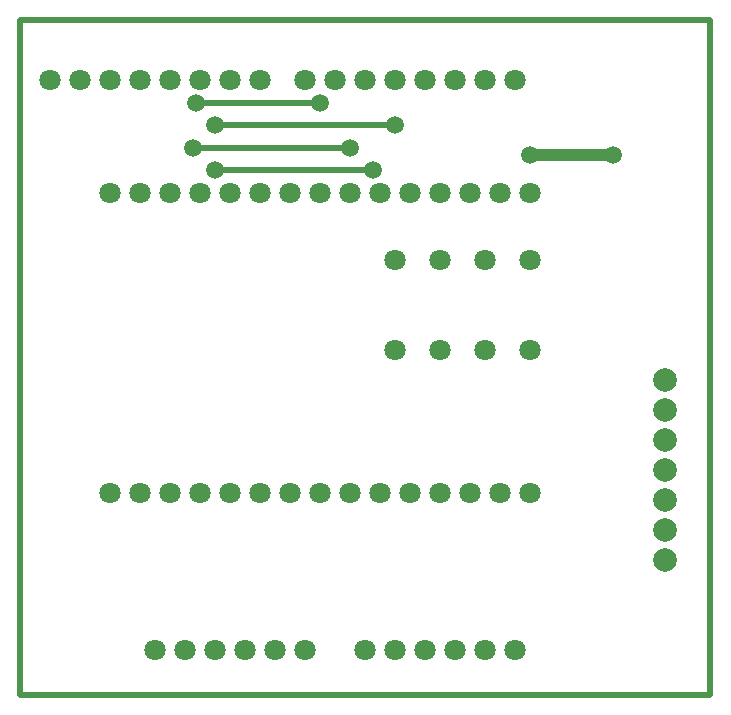
<source format=gbl>
%TF.GenerationSoftware,KiCad,Pcbnew,6.0.0-rc1-unknown-5cb2641142~116~ubuntu20.04.1*%
%TF.CreationDate,2021-12-06T17:50:32+01:00*%
%TF.ProjectId,CARTE_ESP32_TFT,43415254-455f-4455-9350-33325f544654,rev?*%
%TF.SameCoordinates,PX678e028PY7445a00*%
%TF.FileFunction,Copper,L2,Bot*%
%TF.FilePolarity,Positive*%
%FSLAX46Y46*%
G04 Gerber Fmt 4.6, Leading zero omitted, Abs format (unit mm)*
G04 Created by KiCad (PCBNEW 6.0.0-rc1-unknown-5cb2641142~116~ubuntu20.04.1) date 2021-12-06 17:50:32*
%MOMM*%
%LPD*%
G01*
G04 APERTURE LIST*
%TA.AperFunction,Profile*%
%ADD10C,0.500000*%
%TD*%
%TA.AperFunction,ComponentPad*%
%ADD11C,1.800000*%
%TD*%
%TA.AperFunction,ComponentPad*%
%ADD12C,1.998980*%
%TD*%
%TA.AperFunction,ViaPad*%
%ADD13C,1.500000*%
%TD*%
%TA.AperFunction,Conductor*%
%ADD14C,0.500000*%
%TD*%
%TA.AperFunction,Conductor*%
%ADD15C,1.000000*%
%TD*%
G04 APERTURE END LIST*
D10*
X0Y0D02*
X58420000Y0D01*
X58420000Y0D02*
X58420000Y57150000D01*
X58420000Y57150000D02*
X0Y57150000D01*
X0Y57150000D02*
X0Y0D01*
D11*
X39370000Y29210000D03*
X39370000Y36830000D03*
D12*
X54610000Y21590000D03*
D11*
X11430000Y3810000D03*
X13970000Y3810000D03*
X16510000Y3810000D03*
X19050000Y3810000D03*
X21590000Y3810000D03*
X24130000Y3810000D03*
X29210000Y3810000D03*
X31750000Y3810000D03*
X34290000Y3810000D03*
X36830000Y3810000D03*
X39370000Y3810000D03*
X41910000Y3810000D03*
X41910000Y52070000D03*
X39370000Y52070000D03*
X36830000Y52070000D03*
X34290000Y52070000D03*
X31750000Y52070000D03*
X29210000Y52070000D03*
X26670000Y52070000D03*
X24130000Y52070000D03*
X20320000Y52070000D03*
X17780000Y52070000D03*
X15240000Y52070000D03*
X12700000Y52070000D03*
X10160000Y52070000D03*
X7620000Y52070000D03*
X5080000Y52070000D03*
X2540000Y52070000D03*
D12*
X54610000Y24130000D03*
X54610000Y11430000D03*
X54610000Y16510000D03*
D11*
X43180000Y29210000D03*
X43180000Y36830000D03*
D12*
X54610000Y13970000D03*
X54610000Y19050000D03*
D11*
X31750000Y36830000D03*
X31750000Y29210000D03*
D12*
X54610000Y26670000D03*
D11*
X35560000Y29210000D03*
X35560000Y36830000D03*
X7620000Y42545000D03*
X10160000Y42545000D03*
X12700000Y42545000D03*
X15240000Y42545000D03*
X17780000Y42545000D03*
X20320000Y42545000D03*
X22860000Y42545000D03*
X25400000Y42545000D03*
X27940000Y42545000D03*
X30480000Y42545000D03*
X33020000Y42545000D03*
X35560000Y42545000D03*
X38100000Y42545000D03*
X40640000Y42545000D03*
X43180000Y42545000D03*
X43180000Y17145000D03*
X40640000Y17145000D03*
X38100000Y17145000D03*
X35560000Y17145000D03*
X33020000Y17145000D03*
X30480000Y17145000D03*
X27940000Y17145000D03*
X25400000Y17145000D03*
X22860000Y17145000D03*
X20320000Y17145000D03*
X17780000Y17145000D03*
X15240000Y17145000D03*
X12700000Y17145000D03*
X10160000Y17145000D03*
X7620000Y17145000D03*
D13*
X29845000Y44450000D03*
X16510000Y44450000D03*
X14859000Y50165000D03*
X25400000Y50165000D03*
X43180000Y45720000D03*
X50165000Y45720000D03*
X31750000Y48260000D03*
X16510000Y48260000D03*
X27940000Y46355000D03*
X14605000Y46355000D03*
D14*
X16510000Y44450000D02*
X29845000Y44450000D01*
X14859000Y50165000D02*
X25400000Y50165000D01*
D15*
X50165000Y45720000D02*
X43180000Y45720000D01*
D14*
X31750000Y48260000D02*
X16510000Y48260000D01*
X14605000Y46355000D02*
X27940000Y46355000D01*
M02*

</source>
